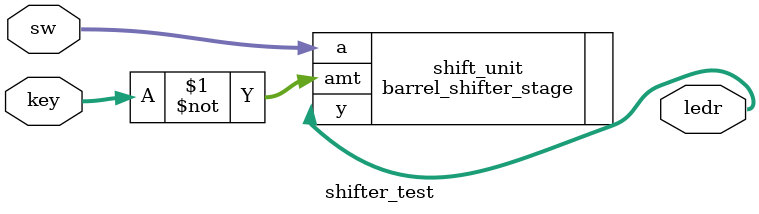
<source format=v>
module shifter_test
   (
    input wire [2:0] key,
    input wire [7:0] sw,
    output wire [7:0] ledr
   );

   // instantiate shifter
   barrel_shifter_stage shift_unit
     (.a(sw), .amt(~key), .y(ledr));

endmodule

</source>
